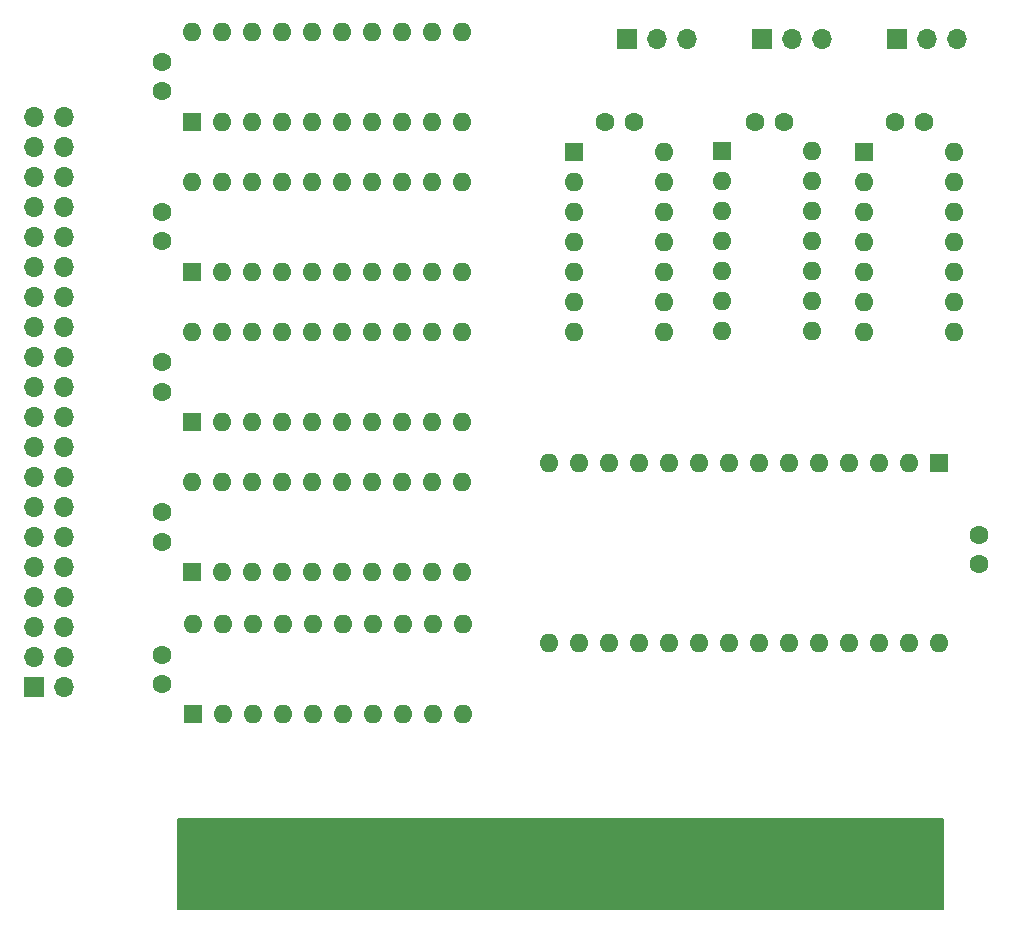
<source format=gbr>
G04 #@! TF.GenerationSoftware,KiCad,Pcbnew,(5.1.9-0-10_14)*
G04 #@! TF.CreationDate,2021-03-12T10:10:12-05:00*
G04 #@! TF.ProjectId,Apple2IORPi,4170706c-6532-4494-9f52-50692e6b6963,0.4*
G04 #@! TF.SameCoordinates,Original*
G04 #@! TF.FileFunction,Soldermask,Top*
G04 #@! TF.FilePolarity,Negative*
%FSLAX46Y46*%
G04 Gerber Fmt 4.6, Leading zero omitted, Abs format (unit mm)*
G04 Created by KiCad (PCBNEW (5.1.9-0-10_14)) date 2021-03-12 10:10:12*
%MOMM*%
%LPD*%
G01*
G04 APERTURE LIST*
%ADD10C,0.150000*%
%ADD11O,1.600000X1.600000*%
%ADD12R,1.600000X1.600000*%
%ADD13C,1.600000*%
%ADD14R,1.700000X1.700000*%
%ADD15O,1.700000X1.700000*%
G04 APERTURE END LIST*
D10*
G36*
X187400001Y-119380000D02*
G01*
X187400001Y-111760000D01*
X122630001Y-111760000D01*
X122630001Y-119380000D01*
X187400001Y-119380000D01*
G37*
X187400001Y-119380000D02*
X187400001Y-111760000D01*
X122630001Y-111760000D01*
X122630001Y-119380000D01*
X187400001Y-119380000D01*
D11*
X176326800Y-55168800D03*
X168706800Y-70408800D03*
X176326800Y-57708800D03*
X168706800Y-67868800D03*
X176326800Y-60248800D03*
X168706800Y-65328800D03*
X176326800Y-62788800D03*
X168706800Y-62788800D03*
X176326800Y-65328800D03*
X168706800Y-60248800D03*
X176326800Y-67868800D03*
X168706800Y-57708800D03*
X176326800Y-70408800D03*
D12*
X168706800Y-55168800D03*
X180771800Y-55245000D03*
D11*
X188391800Y-70485000D03*
X180771800Y-57785000D03*
X188391800Y-67945000D03*
X180771800Y-60325000D03*
X188391800Y-65405000D03*
X180771800Y-62865000D03*
X188391800Y-62865000D03*
X180771800Y-65405000D03*
X188391800Y-60325000D03*
X180771800Y-67945000D03*
X188391800Y-57785000D03*
X180771800Y-70485000D03*
X188391800Y-55245000D03*
X163830000Y-55245000D03*
X156210000Y-70485000D03*
X163830000Y-57785000D03*
X156210000Y-67945000D03*
X163830000Y-60325000D03*
X156210000Y-65405000D03*
X163830000Y-62865000D03*
X156210000Y-62865000D03*
X163830000Y-65405000D03*
X156210000Y-60325000D03*
X163830000Y-67945000D03*
X156210000Y-57785000D03*
X163830000Y-70485000D03*
D12*
X156210000Y-55245000D03*
D13*
X121285000Y-85765000D03*
X121285000Y-88265000D03*
X121285000Y-100330000D03*
X121285000Y-97830000D03*
X121285000Y-75565000D03*
X121285000Y-73065000D03*
X158790000Y-52705000D03*
X161290000Y-52705000D03*
X173990000Y-52705000D03*
X171490000Y-52705000D03*
X185851800Y-52705000D03*
X183351800Y-52705000D03*
X190500000Y-90170000D03*
X190500000Y-87670000D03*
D12*
X123825000Y-65405000D03*
D11*
X146685000Y-57785000D03*
X126365000Y-65405000D03*
X144145000Y-57785000D03*
X128905000Y-65405000D03*
X141605000Y-57785000D03*
X131445000Y-65405000D03*
X139065000Y-57785000D03*
X133985000Y-65405000D03*
X136525000Y-57785000D03*
X136525000Y-65405000D03*
X133985000Y-57785000D03*
X139065000Y-65405000D03*
X131445000Y-57785000D03*
X141605000Y-65405000D03*
X128905000Y-57785000D03*
X144145000Y-65405000D03*
X126365000Y-57785000D03*
X146685000Y-65405000D03*
X123825000Y-57785000D03*
D13*
X121285000Y-60325000D03*
X121285000Y-62825000D03*
D12*
X123825000Y-78105000D03*
D11*
X146685000Y-70485000D03*
X126365000Y-78105000D03*
X144145000Y-70485000D03*
X128905000Y-78105000D03*
X141605000Y-70485000D03*
X131445000Y-78105000D03*
X139065000Y-70485000D03*
X133985000Y-78105000D03*
X136525000Y-70485000D03*
X136525000Y-78105000D03*
X133985000Y-70485000D03*
X139065000Y-78105000D03*
X131445000Y-70485000D03*
X141605000Y-78105000D03*
X128905000Y-70485000D03*
X144145000Y-78105000D03*
X126365000Y-70485000D03*
X146685000Y-78105000D03*
X123825000Y-70485000D03*
D14*
X110490000Y-100584000D03*
D15*
X113030000Y-100584000D03*
X110490000Y-98044000D03*
X113030000Y-98044000D03*
X110490000Y-95504000D03*
X113030000Y-95504000D03*
X110490000Y-92964000D03*
X113030000Y-92964000D03*
X110490000Y-90424000D03*
X113030000Y-90424000D03*
X110490000Y-87884000D03*
X113030000Y-87884000D03*
X110490000Y-85344000D03*
X113030000Y-85344000D03*
X110490000Y-82804000D03*
X113030000Y-82804000D03*
X110490000Y-80264000D03*
X113030000Y-80264000D03*
X110490000Y-77724000D03*
X113030000Y-77724000D03*
X110490000Y-75184000D03*
X113030000Y-75184000D03*
X110490000Y-72644000D03*
X113030000Y-72644000D03*
X110490000Y-70104000D03*
X113030000Y-70104000D03*
X110490000Y-67564000D03*
X113030000Y-67564000D03*
X110490000Y-65024000D03*
X113030000Y-65024000D03*
X110490000Y-62484000D03*
X113030000Y-62484000D03*
X110490000Y-59944000D03*
X113030000Y-59944000D03*
X110490000Y-57404000D03*
X113030000Y-57404000D03*
X110490000Y-54864000D03*
X113030000Y-54864000D03*
X110490000Y-52324000D03*
X113030000Y-52324000D03*
D11*
X123825000Y-45085000D03*
X146685000Y-52705000D03*
X126365000Y-45085000D03*
X144145000Y-52705000D03*
X128905000Y-45085000D03*
X141605000Y-52705000D03*
X131445000Y-45085000D03*
X139065000Y-52705000D03*
X133985000Y-45085000D03*
X136525000Y-52705000D03*
X136525000Y-45085000D03*
X133985000Y-52705000D03*
X139065000Y-45085000D03*
X131445000Y-52705000D03*
X141605000Y-45085000D03*
X128905000Y-52705000D03*
X144145000Y-45085000D03*
X126365000Y-52705000D03*
X146685000Y-45085000D03*
D12*
X123825000Y-52705000D03*
X187101925Y-81586962D03*
D11*
X154081925Y-96826962D03*
X184561925Y-81586962D03*
X156621925Y-96826962D03*
X182021925Y-81586962D03*
X159161925Y-96826962D03*
X179481925Y-81586962D03*
X161701925Y-96826962D03*
X176941925Y-81586962D03*
X164241925Y-96826962D03*
X174401925Y-81586962D03*
X166781925Y-96826962D03*
X171861925Y-81586962D03*
X169321925Y-96826962D03*
X169321925Y-81586962D03*
X171861925Y-96826962D03*
X166781925Y-81586962D03*
X174401925Y-96826962D03*
X164241925Y-81586962D03*
X176941925Y-96826962D03*
X161701925Y-81586962D03*
X179481925Y-96826962D03*
X159161925Y-81586962D03*
X182021925Y-96826962D03*
X156621925Y-81586962D03*
X184561925Y-96826962D03*
X154081925Y-81586962D03*
X187101925Y-96826962D03*
G36*
G01*
X184860001Y-119062500D02*
X184860001Y-112077500D01*
G75*
G02*
X185177501Y-111760000I317500J0D01*
G01*
X185812501Y-111760000D01*
G75*
G02*
X186130001Y-112077500I0J-317500D01*
G01*
X186130001Y-119062500D01*
G75*
G02*
X185812501Y-119380000I-317500J0D01*
G01*
X185177501Y-119380000D01*
G75*
G02*
X184860001Y-119062500I0J317500D01*
G01*
G37*
G36*
G01*
X182320001Y-119062500D02*
X182320001Y-112077500D01*
G75*
G02*
X182637501Y-111760000I317500J0D01*
G01*
X183272501Y-111760000D01*
G75*
G02*
X183590001Y-112077500I0J-317500D01*
G01*
X183590001Y-119062500D01*
G75*
G02*
X183272501Y-119380000I-317500J0D01*
G01*
X182637501Y-119380000D01*
G75*
G02*
X182320001Y-119062500I0J317500D01*
G01*
G37*
G36*
G01*
X179780001Y-119062500D02*
X179780001Y-112077500D01*
G75*
G02*
X180097501Y-111760000I317500J0D01*
G01*
X180732501Y-111760000D01*
G75*
G02*
X181050001Y-112077500I0J-317500D01*
G01*
X181050001Y-119062500D01*
G75*
G02*
X180732501Y-119380000I-317500J0D01*
G01*
X180097501Y-119380000D01*
G75*
G02*
X179780001Y-119062500I0J317500D01*
G01*
G37*
G36*
G01*
X177240001Y-119062500D02*
X177240001Y-112077500D01*
G75*
G02*
X177557501Y-111760000I317500J0D01*
G01*
X178192501Y-111760000D01*
G75*
G02*
X178510001Y-112077500I0J-317500D01*
G01*
X178510001Y-119062500D01*
G75*
G02*
X178192501Y-119380000I-317500J0D01*
G01*
X177557501Y-119380000D01*
G75*
G02*
X177240001Y-119062500I0J317500D01*
G01*
G37*
G36*
G01*
X174700001Y-119062500D02*
X174700001Y-112077500D01*
G75*
G02*
X175017501Y-111760000I317500J0D01*
G01*
X175652501Y-111760000D01*
G75*
G02*
X175970001Y-112077500I0J-317500D01*
G01*
X175970001Y-119062500D01*
G75*
G02*
X175652501Y-119380000I-317500J0D01*
G01*
X175017501Y-119380000D01*
G75*
G02*
X174700001Y-119062500I0J317500D01*
G01*
G37*
G36*
G01*
X172160001Y-119062500D02*
X172160001Y-112077500D01*
G75*
G02*
X172477501Y-111760000I317500J0D01*
G01*
X173112501Y-111760000D01*
G75*
G02*
X173430001Y-112077500I0J-317500D01*
G01*
X173430001Y-119062500D01*
G75*
G02*
X173112501Y-119380000I-317500J0D01*
G01*
X172477501Y-119380000D01*
G75*
G02*
X172160001Y-119062500I0J317500D01*
G01*
G37*
G36*
G01*
X169620001Y-119062500D02*
X169620001Y-112077500D01*
G75*
G02*
X169937501Y-111760000I317500J0D01*
G01*
X170572501Y-111760000D01*
G75*
G02*
X170890001Y-112077500I0J-317500D01*
G01*
X170890001Y-119062500D01*
G75*
G02*
X170572501Y-119380000I-317500J0D01*
G01*
X169937501Y-119380000D01*
G75*
G02*
X169620001Y-119062500I0J317500D01*
G01*
G37*
G36*
G01*
X167080001Y-119062500D02*
X167080001Y-112077500D01*
G75*
G02*
X167397501Y-111760000I317500J0D01*
G01*
X168032501Y-111760000D01*
G75*
G02*
X168350001Y-112077500I0J-317500D01*
G01*
X168350001Y-119062500D01*
G75*
G02*
X168032501Y-119380000I-317500J0D01*
G01*
X167397501Y-119380000D01*
G75*
G02*
X167080001Y-119062500I0J317500D01*
G01*
G37*
G36*
G01*
X164540001Y-119062500D02*
X164540001Y-112077500D01*
G75*
G02*
X164857501Y-111760000I317500J0D01*
G01*
X165492501Y-111760000D01*
G75*
G02*
X165810001Y-112077500I0J-317500D01*
G01*
X165810001Y-119062500D01*
G75*
G02*
X165492501Y-119380000I-317500J0D01*
G01*
X164857501Y-119380000D01*
G75*
G02*
X164540001Y-119062500I0J317500D01*
G01*
G37*
G36*
G01*
X162000001Y-119062500D02*
X162000001Y-112077500D01*
G75*
G02*
X162317501Y-111760000I317500J0D01*
G01*
X162952501Y-111760000D01*
G75*
G02*
X163270001Y-112077500I0J-317500D01*
G01*
X163270001Y-119062500D01*
G75*
G02*
X162952501Y-119380000I-317500J0D01*
G01*
X162317501Y-119380000D01*
G75*
G02*
X162000001Y-119062500I0J317500D01*
G01*
G37*
G36*
G01*
X159460001Y-119062500D02*
X159460001Y-112077500D01*
G75*
G02*
X159777501Y-111760000I317500J0D01*
G01*
X160412501Y-111760000D01*
G75*
G02*
X160730001Y-112077500I0J-317500D01*
G01*
X160730001Y-119062500D01*
G75*
G02*
X160412501Y-119380000I-317500J0D01*
G01*
X159777501Y-119380000D01*
G75*
G02*
X159460001Y-119062500I0J317500D01*
G01*
G37*
G36*
G01*
X156920001Y-119062500D02*
X156920001Y-112077500D01*
G75*
G02*
X157237501Y-111760000I317500J0D01*
G01*
X157872501Y-111760000D01*
G75*
G02*
X158190001Y-112077500I0J-317500D01*
G01*
X158190001Y-119062500D01*
G75*
G02*
X157872501Y-119380000I-317500J0D01*
G01*
X157237501Y-119380000D01*
G75*
G02*
X156920001Y-119062500I0J317500D01*
G01*
G37*
G36*
G01*
X154380001Y-119062500D02*
X154380001Y-112077500D01*
G75*
G02*
X154697501Y-111760000I317500J0D01*
G01*
X155332501Y-111760000D01*
G75*
G02*
X155650001Y-112077500I0J-317500D01*
G01*
X155650001Y-119062500D01*
G75*
G02*
X155332501Y-119380000I-317500J0D01*
G01*
X154697501Y-119380000D01*
G75*
G02*
X154380001Y-119062500I0J317500D01*
G01*
G37*
G36*
G01*
X151840001Y-119062500D02*
X151840001Y-112077500D01*
G75*
G02*
X152157501Y-111760000I317500J0D01*
G01*
X152792501Y-111760000D01*
G75*
G02*
X153110001Y-112077500I0J-317500D01*
G01*
X153110001Y-119062500D01*
G75*
G02*
X152792501Y-119380000I-317500J0D01*
G01*
X152157501Y-119380000D01*
G75*
G02*
X151840001Y-119062500I0J317500D01*
G01*
G37*
G36*
G01*
X149300001Y-119062500D02*
X149300001Y-112077500D01*
G75*
G02*
X149617501Y-111760000I317500J0D01*
G01*
X150252501Y-111760000D01*
G75*
G02*
X150570001Y-112077500I0J-317500D01*
G01*
X150570001Y-119062500D01*
G75*
G02*
X150252501Y-119380000I-317500J0D01*
G01*
X149617501Y-119380000D01*
G75*
G02*
X149300001Y-119062500I0J317500D01*
G01*
G37*
G36*
G01*
X146760001Y-119062500D02*
X146760001Y-112077500D01*
G75*
G02*
X147077501Y-111760000I317500J0D01*
G01*
X147712501Y-111760000D01*
G75*
G02*
X148030001Y-112077500I0J-317500D01*
G01*
X148030001Y-119062500D01*
G75*
G02*
X147712501Y-119380000I-317500J0D01*
G01*
X147077501Y-119380000D01*
G75*
G02*
X146760001Y-119062500I0J317500D01*
G01*
G37*
G36*
G01*
X144220001Y-119062500D02*
X144220001Y-112077500D01*
G75*
G02*
X144537501Y-111760000I317500J0D01*
G01*
X145172501Y-111760000D01*
G75*
G02*
X145490001Y-112077500I0J-317500D01*
G01*
X145490001Y-119062500D01*
G75*
G02*
X145172501Y-119380000I-317500J0D01*
G01*
X144537501Y-119380000D01*
G75*
G02*
X144220001Y-119062500I0J317500D01*
G01*
G37*
G36*
G01*
X141680001Y-119062500D02*
X141680001Y-112077500D01*
G75*
G02*
X141997501Y-111760000I317500J0D01*
G01*
X142632501Y-111760000D01*
G75*
G02*
X142950001Y-112077500I0J-317500D01*
G01*
X142950001Y-119062500D01*
G75*
G02*
X142632501Y-119380000I-317500J0D01*
G01*
X141997501Y-119380000D01*
G75*
G02*
X141680001Y-119062500I0J317500D01*
G01*
G37*
G36*
G01*
X139140001Y-119062500D02*
X139140001Y-112077500D01*
G75*
G02*
X139457501Y-111760000I317500J0D01*
G01*
X140092501Y-111760000D01*
G75*
G02*
X140410001Y-112077500I0J-317500D01*
G01*
X140410001Y-119062500D01*
G75*
G02*
X140092501Y-119380000I-317500J0D01*
G01*
X139457501Y-119380000D01*
G75*
G02*
X139140001Y-119062500I0J317500D01*
G01*
G37*
G36*
G01*
X136600001Y-119062500D02*
X136600001Y-112077500D01*
G75*
G02*
X136917501Y-111760000I317500J0D01*
G01*
X137552501Y-111760000D01*
G75*
G02*
X137870001Y-112077500I0J-317500D01*
G01*
X137870001Y-119062500D01*
G75*
G02*
X137552501Y-119380000I-317500J0D01*
G01*
X136917501Y-119380000D01*
G75*
G02*
X136600001Y-119062500I0J317500D01*
G01*
G37*
G36*
G01*
X134060001Y-119062500D02*
X134060001Y-112077500D01*
G75*
G02*
X134377501Y-111760000I317500J0D01*
G01*
X135012501Y-111760000D01*
G75*
G02*
X135330001Y-112077500I0J-317500D01*
G01*
X135330001Y-119062500D01*
G75*
G02*
X135012501Y-119380000I-317500J0D01*
G01*
X134377501Y-119380000D01*
G75*
G02*
X134060001Y-119062500I0J317500D01*
G01*
G37*
G36*
G01*
X131520001Y-119062500D02*
X131520001Y-112077500D01*
G75*
G02*
X131837501Y-111760000I317500J0D01*
G01*
X132472501Y-111760000D01*
G75*
G02*
X132790001Y-112077500I0J-317500D01*
G01*
X132790001Y-119062500D01*
G75*
G02*
X132472501Y-119380000I-317500J0D01*
G01*
X131837501Y-119380000D01*
G75*
G02*
X131520001Y-119062500I0J317500D01*
G01*
G37*
G36*
G01*
X128980001Y-119062500D02*
X128980001Y-112077500D01*
G75*
G02*
X129297501Y-111760000I317500J0D01*
G01*
X129932501Y-111760000D01*
G75*
G02*
X130250001Y-112077500I0J-317500D01*
G01*
X130250001Y-119062500D01*
G75*
G02*
X129932501Y-119380000I-317500J0D01*
G01*
X129297501Y-119380000D01*
G75*
G02*
X128980001Y-119062500I0J317500D01*
G01*
G37*
G36*
G01*
X126440001Y-119062500D02*
X126440001Y-112077500D01*
G75*
G02*
X126757501Y-111760000I317500J0D01*
G01*
X127392501Y-111760000D01*
G75*
G02*
X127710001Y-112077500I0J-317500D01*
G01*
X127710001Y-119062500D01*
G75*
G02*
X127392501Y-119380000I-317500J0D01*
G01*
X126757501Y-119380000D01*
G75*
G02*
X126440001Y-119062500I0J317500D01*
G01*
G37*
G36*
G01*
X123900001Y-119062500D02*
X123900001Y-112077500D01*
G75*
G02*
X124217501Y-111760000I317500J0D01*
G01*
X124852501Y-111760000D01*
G75*
G02*
X125170001Y-112077500I0J-317500D01*
G01*
X125170001Y-119062500D01*
G75*
G02*
X124852501Y-119380000I-317500J0D01*
G01*
X124217501Y-119380000D01*
G75*
G02*
X123900001Y-119062500I0J317500D01*
G01*
G37*
D12*
X123952000Y-102870000D03*
D11*
X146812000Y-95250000D03*
X126492000Y-102870000D03*
X144272000Y-95250000D03*
X129032000Y-102870000D03*
X141732000Y-95250000D03*
X131572000Y-102870000D03*
X139192000Y-95250000D03*
X134112000Y-102870000D03*
X136652000Y-95250000D03*
X136652000Y-102870000D03*
X134112000Y-95250000D03*
X139192000Y-102870000D03*
X131572000Y-95250000D03*
X141732000Y-102870000D03*
X129032000Y-95250000D03*
X144272000Y-102870000D03*
X126492000Y-95250000D03*
X146812000Y-102870000D03*
X123952000Y-95250000D03*
X123825000Y-83185000D03*
X146685000Y-90805000D03*
X126365000Y-83185000D03*
X144145000Y-90805000D03*
X128905000Y-83185000D03*
X141605000Y-90805000D03*
X131445000Y-83185000D03*
X139065000Y-90805000D03*
X133985000Y-83185000D03*
X136525000Y-90805000D03*
X136525000Y-83185000D03*
X133985000Y-90805000D03*
X139065000Y-83185000D03*
X131445000Y-90805000D03*
X141605000Y-83185000D03*
X128905000Y-90805000D03*
X144145000Y-83185000D03*
X126365000Y-90805000D03*
X146685000Y-83185000D03*
D12*
X123825000Y-90805000D03*
D13*
X121285000Y-50125000D03*
X121285000Y-47625000D03*
D14*
X160655000Y-45720000D03*
D15*
X163195000Y-45720000D03*
X165735000Y-45720000D03*
X177165000Y-45720000D03*
X174625000Y-45720000D03*
D14*
X172085000Y-45720000D03*
X183515000Y-45720000D03*
D15*
X186055000Y-45720000D03*
X188595000Y-45720000D03*
M02*

</source>
